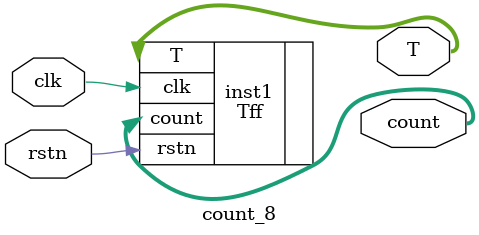
<source format=v>
module count_8(
    input clk,rstn,
    output reg [7:0]T,count);
    Tff inst1(.clk(clk),.rstn(rstn),.T(T),.count(count));
endmodule
    

</source>
